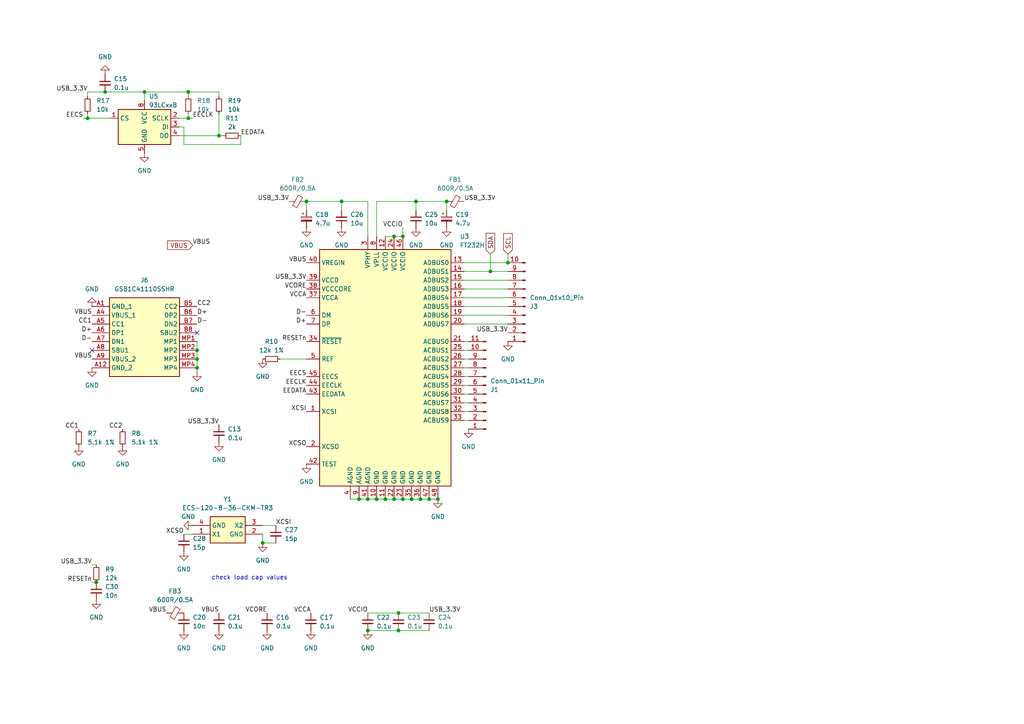
<source format=kicad_sch>
(kicad_sch (version 20231120) (generator "eeschema") (generator_version "8.0")
  (paper "A4")
  (lib_symbols
    (symbol "Connector:Conn_01x10_Pin" (pin_names (offset 1.016) hide)
      (property "Reference" "J" (at 0 12.7 0))
      (property "Value" "Conn_01x10_Pin" (at 0 -15.24 0))
      (symbol "Conn_01x10_Pin_1_1"
        (polyline (pts (xy 1.27 -12.7) (xy 0.8636 -12.7)) (stroke (width 0.1524)))
        (polyline (pts (xy 1.27 -10.16) (xy 0.8636 -10.16)) (stroke (width 0.1524)))
        (polyline (pts (xy 1.27 -7.62) (xy 0.8636 -7.62)) (stroke (width 0.1524)))
        (polyline (pts (xy 1.27 -5.08) (xy 0.8636 -5.08)) (stroke (width 0.1524)))
        (polyline (pts (xy 1.27 -2.54) (xy 0.8636 -2.54)) (stroke (width 0.1524)))
        (polyline (pts (xy 1.27 0) (xy 0.8636 0)) (stroke (width 0.1524)))
        (polyline (pts (xy 1.27 2.54) (xy 0.8636 2.54)) (stroke (width 0.1524)))
        (polyline (pts (xy 1.27 5.08) (xy 0.8636 5.08)) (stroke (width 0.1524)))
        (polyline (pts (xy 1.27 7.62) (xy 0.8636 7.62)) (stroke (width 0.1524)))
        (polyline (pts (xy 1.27 10.16) (xy 0.8636 10.16)) (stroke (width 0.1524)))
        (rectangle (start 0.8636 -12.573) (end 0 -12.827) (stroke (width 0.1524)) (fill (type outline)))
        (rectangle (start 0.8636 -10.033) (end 0 -10.287) (stroke (width 0.1524)) (fill (type outline)))
        (rectangle (start 0.8636 -7.493) (end 0 -7.747) (stroke (width 0.1524)) (fill (type outline)))
        (rectangle (start 0.8636 -4.953) (end 0 -5.207) (stroke (width 0.1524)) (fill (type outline)))
        (rectangle (start 0.8636 -2.413) (end 0 -2.667) (stroke (width 0.1524)) (fill (type outline)))
        (rectangle (start 0.8636 0.127) (end 0 -0.127) (stroke (width 0.1524)) (fill (type outline)))
        (rectangle (start 0.8636 2.667) (end 0 2.413) (stroke (width 0.1524)) (fill (type outline)))
        (rectangle (start 0.8636 5.207) (end 0 4.953) (stroke (width 0.1524)) (fill (type outline)))
        (rectangle (start 0.8636 7.747) (end 0 7.493) (stroke (width 0.1524)) (fill (type outline)))
        (rectangle (start 0.8636 10.287) (end 0 10.033) (stroke (width 0.1524)) (fill (type outline)))
        (pin passive line (at 5.08 10.16 180) (length 3.81) (name "Pin_1") (number "1"))
        (pin passive line (at 5.08 -12.7 180) (length 3.81) (name "Pin_10") (number "10"))
        (pin passive line (at 5.08 7.62 180) (length 3.81) (name "Pin_2") (number "2"))
        (pin passive line (at 5.08 5.08 180) (length 3.81) (name "Pin_3") (number "3"))
        (pin passive line (at 5.08 2.54 180) (length 3.81) (name "Pin_4") (number "4"))
        (pin passive line (at 5.08 0 180) (length 3.81) (name "Pin_5") (number "5"))
        (pin passive line (at 5.08 -2.54 180) (length 3.81) (name "Pin_6") (number "6"))
        (pin passive line (at 5.08 -5.08 180) (length 3.81) (name "Pin_7") (number "7"))
        (pin passive line (at 5.08 -7.62 180) (length 3.81) (name "Pin_8") (number "8"))
        (pin passive line (at 5.08 -10.16 180) (length 3.81) (name "Pin_9") (number "9"))
      )
    )
    (symbol "Connector:Conn_01x11_Pin" (pin_names (offset 1.016) hide)
      (property "Reference" "J" (at 0 15.24 0))
      (property "Value" "Conn_01x11_Pin" (at 0 -15.24 0))
      (symbol "Conn_01x11_Pin_1_1"
        (polyline (pts (xy 1.27 -12.7) (xy 0.8636 -12.7)) (stroke (width 0.1524)))
        (polyline (pts (xy 1.27 -10.16) (xy 0.8636 -10.16)) (stroke (width 0.1524)))
        (polyline (pts (xy 1.27 -7.62) (xy 0.8636 -7.62)) (stroke (width 0.1524)))
        (polyline (pts (xy 1.27 -5.08) (xy 0.8636 -5.08)) (stroke (width 0.1524)))
        (polyline (pts (xy 1.27 -2.54) (xy 0.8636 -2.54)) (stroke (width 0.1524)))
        (polyline (pts (xy 1.27 0) (xy 0.8636 0)) (stroke (width 0.1524)))
        (polyline (pts (xy 1.27 2.54) (xy 0.8636 2.54)) (stroke (width 0.1524)))
        (polyline (pts (xy 1.27 5.08) (xy 0.8636 5.08)) (stroke (width 0.1524)))
        (polyline (pts (xy 1.27 7.62) (xy 0.8636 7.62)) (stroke (width 0.1524)))
        (polyline (pts (xy 1.27 10.16) (xy 0.8636 10.16)) (stroke (width 0.1524)))
        (polyline (pts (xy 1.27 12.7) (xy 0.8636 12.7)) (stroke (width 0.1524)))
        (rectangle (start 0.8636 -12.573) (end 0 -12.827) (stroke (width 0.1524)) (fill (type outline)))
        (rectangle (start 0.8636 -10.033) (end 0 -10.287) (stroke (width 0.1524)) (fill (type outline)))
        (rectangle (start 0.8636 -7.493) (end 0 -7.747) (stroke (width 0.1524)) (fill (type outline)))
        (rectangle (start 0.8636 -4.953) (end 0 -5.207) (stroke (width 0.1524)) (fill (type outline)))
        (rectangle (start 0.8636 -2.413) (end 0 -2.667) (stroke (width 0.1524)) (fill (type outline)))
        (rectangle (start 0.8636 0.127) (end 0 -0.127) (stroke (width 0.1524)) (fill (type outline)))
        (rectangle (start 0.8636 2.667) (end 0 2.413) (stroke (width 0.1524)) (fill (type outline)))
        (rectangle (start 0.8636 5.207) (end 0 4.953) (stroke (width 0.1524)) (fill (type outline)))
        (rectangle (start 0.8636 7.747) (end 0 7.493) (stroke (width 0.1524)) (fill (type outline)))
        (rectangle (start 0.8636 10.287) (end 0 10.033) (stroke (width 0.1524)) (fill (type outline)))
        (rectangle (start 0.8636 12.827) (end 0 12.573) (stroke (width 0.1524)) (fill (type outline)))
        (pin passive line (at 5.08 12.7 180) (length 3.81) (name "Pin_1") (number "1"))
        (pin passive line (at 5.08 -10.16 180) (length 3.81) (name "Pin_10") (number "10"))
        (pin passive line (at 5.08 -12.7 180) (length 3.81) (name "Pin_11") (number "11"))
        (pin passive line (at 5.08 10.16 180) (length 3.81) (name "Pin_2") (number "2"))
        (pin passive line (at 5.08 7.62 180) (length 3.81) (name "Pin_3") (number "3"))
        (pin passive line (at 5.08 5.08 180) (length 3.81) (name "Pin_4") (number "4"))
        (pin passive line (at 5.08 2.54 180) (length 3.81) (name "Pin_5") (number "5"))
        (pin passive line (at 5.08 0 180) (length 3.81) (name "Pin_6") (number "6"))
        (pin passive line (at 5.08 -2.54 180) (length 3.81) (name "Pin_7") (number "7"))
        (pin passive line (at 5.08 -5.08 180) (length 3.81) (name "Pin_8") (number "8"))
        (pin passive line (at 5.08 -7.62 180) (length 3.81) (name "Pin_9") (number "9"))
      )
    )
    (symbol "Device:C_Polarized_Small" (pin_numbers hide) (pin_names (offset 0.254) hide)
      (property "Reference" "C" (at 0.254 1.778 0))
      (property "Value" "C_Polarized_Small" (at 0.254 -2.032 0))
      (symbol "C_Polarized_Small_0_1"
        (rectangle (start -1.524 -0.3048) (end 1.524 -0.6858) (fill (type outline)))
        (rectangle (start -1.524 0.6858) (end 1.524 0.3048))
        (polyline (pts (xy -1.27 1.524) (xy -0.762 1.524)))
        (polyline (pts (xy -1.016 1.27) (xy -1.016 1.778)))
      )
      (symbol "C_Polarized_Small_1_1"
        (pin passive line (at 0 2.54 270) (length 1.8542) (name "~") (number "1"))
        (pin passive line (at 0 -2.54 90) (length 1.8542) (name "~") (number "2"))
      )
    )
    (symbol "Device:C_Small" (pin_numbers hide) (pin_names (offset 0.254) hide)
      (property "Reference" "C" (at 0.254 1.778 0))
      (property "Value" "C_Small" (at 0.254 -2.032 0))
      (symbol "C_Small_0_1"
        (polyline (pts (xy -1.524 -0.508) (xy 1.524 -0.508)) (stroke (width 0.3302)))
        (polyline (pts (xy -1.524 0.508) (xy 1.524 0.508)) (stroke (width 0.3048)))
      )
      (symbol "C_Small_1_1"
        (pin passive line (at 0 2.54 270) (length 2.032) (name "~") (number "1"))
        (pin passive line (at 0 -2.54 90) (length 2.032) (name "~") (number "2"))
      )
    )
    (symbol "Device:FerriteBead_Small" (pin_numbers hide) (pin_names (offset 0))
      (property "Reference" "FB" (at 1.905 1.27 0))
      (property "Value" "FerriteBead_Small" (at 1.905 -1.27 0))
      (symbol "FerriteBead_Small_0_1"
        (polyline (pts (xy 0 -1.27) (xy 0 -0.7874)))
        (polyline (pts (xy 0 0.889) (xy 0 1.2954)))
        (polyline (pts (xy -1.8288 0.2794) (xy -1.1176 1.4986) (xy 1.8288 -0.2032) (xy 1.1176 -1.4224) (xy -1.8288 0.2794)))
      )
      (symbol "FerriteBead_Small_1_1"
        (pin passive line (at 0 2.54 270) (length 1.27) (name "~") (number "1"))
        (pin passive line (at 0 -2.54 90) (length 1.27) (name "~") (number "2"))
      )
    )
    (symbol "Device:R_Small" (pin_numbers hide) (pin_names (offset 0.254) hide)
      (property "Reference" "R" (at 0.762 0.508 0))
      (property "Value" "R_Small" (at 0.762 -1.016 0))
      (symbol "R_Small_0_1"
        (rectangle (start -0.762 1.778) (end 0.762 -1.778) (stroke (width 0.2032)))
      )
      (symbol "R_Small_1_1"
        (pin passive line (at 0 2.54 270) (length 0.762) (name "~") (number "1"))
        (pin passive line (at 0 -2.54 90) (length 0.762) (name "~") (number "2"))
      )
    )
    (symbol "Interface_USB:FT232H"
      (property "Reference" "U" (at -19.05 35.56 0))
      (property "Value" "FT232H" (at 12.7 35.56 0))
      (symbol "FT232H_0_1"
        (rectangle (start -19.05 34.29) (end 19.05 -34.29) (stroke (width 0.254)) (fill (type background)))
      )
      (symbol "FT232H_1_1"
        (pin input line (at -22.86 -12.7 0) (length 3.81) (name "XCSI") (number "1"))
        (pin power_in line (at -2.54 -38.1 90) (length 3.81) (name "GND") (number "10"))
        (pin power_in line (at 0 -38.1 90) (length 3.81) (name "GND") (number "11"))
        (pin power_in line (at 0 38.1 270) (length 3.81) (name "VCCIO") (number "12"))
        (pin bidirectional line (at 22.86 30.48 180) (length 3.81) (name "ADBUS0") (number "13"))
        (pin bidirectional line (at 22.86 27.94 180) (length 3.81) (name "ADBUS1") (number "14"))
        (pin bidirectional line (at 22.86 25.4 180) (length 3.81) (name "ADBUS2") (number "15"))
        (pin bidirectional line (at 22.86 22.86 180) (length 3.81) (name "ADBUS3") (number "16"))
        (pin bidirectional line (at 22.86 20.32 180) (length 3.81) (name "ADBUS4") (number "17"))
        (pin bidirectional line (at 22.86 17.78 180) (length 3.81) (name "ADBUS5") (number "18"))
        (pin bidirectional line (at 22.86 15.24 180) (length 3.81) (name "ADBUS6") (number "19"))
        (pin output line (at -22.86 -22.86 0) (length 3.81) (name "XCSO") (number "2"))
        (pin bidirectional line (at 22.86 12.7 180) (length 3.81) (name "ADBUS7") (number "20"))
        (pin bidirectional line (at 22.86 7.62 180) (length 3.81) (name "ACBUS0") (number "21"))
        (pin power_in line (at 2.54 -38.1 90) (length 3.81) (name "GND") (number "22"))
        (pin power_in line (at 5.08 -38.1 90) (length 3.81) (name "GND") (number "23"))
        (pin power_in line (at 2.54 38.1 270) (length 3.81) (name "VCCIO") (number "24"))
        (pin bidirectional line (at 22.86 5.08 180) (length 3.81) (name "ACBUS1") (number "25"))
        (pin bidirectional line (at 22.86 2.54 180) (length 3.81) (name "ACBUS2") (number "26"))
        (pin bidirectional line (at 22.86 0 180) (length 3.81) (name "ACBUS3") (number "27"))
        (pin bidirectional line (at 22.86 -2.54 180) (length 3.81) (name "ACBUS4") (number "28"))
        (pin bidirectional line (at 22.86 -5.08 180) (length 3.81) (name "ACBUS5") (number "29"))
        (pin power_in line (at -5.08 38.1 270) (length 3.81) (name "VPHY") (number "3"))
        (pin bidirectional line (at 22.86 -7.62 180) (length 3.81) (name "ACBUS6") (number "30"))
        (pin bidirectional line (at 22.86 -10.16 180) (length 3.81) (name "ACBUS7") (number "31"))
        (pin bidirectional line (at 22.86 -12.7 180) (length 3.81) (name "ACBUS8") (number "32"))
        (pin bidirectional line (at 22.86 -15.24 180) (length 3.81) (name "ACBUS9") (number "33"))
        (pin input line (at -22.86 7.62 0) (length 3.81) (name "~{RESET}") (number "34"))
        (pin power_in line (at 7.62 -38.1 90) (length 3.81) (name "GND") (number "35"))
        (pin power_in line (at 10.16 -38.1 90) (length 3.81) (name "GND") (number "36"))
        (pin power_out line (at -22.86 20.32 0) (length 3.81) (name "VCCA") (number "37"))
        (pin power_out line (at -22.86 22.86 0) (length 3.81) (name "VCCCORE") (number "38"))
        (pin power_in line (at -22.86 25.4 0) (length 3.81) (name "VCCD") (number "39"))
        (pin power_in line (at -10.16 -38.1 90) (length 3.81) (name "AGND") (number "4"))
        (pin power_in line (at -22.86 30.48 0) (length 3.81) (name "VREGIN") (number "40"))
        (pin power_in line (at -5.08 -38.1 90) (length 3.81) (name "AGND") (number "41"))
        (pin input line (at -22.86 -27.94 0) (length 3.81) (name "TEST") (number "42"))
        (pin bidirectional line (at -22.86 -7.62 0) (length 3.81) (name "EEDATA") (number "43"))
        (pin input line (at -22.86 -5.08 0) (length 3.81) (name "EECLK") (number "44"))
        (pin input line (at -22.86 -2.54 0) (length 3.81) (name "EECS") (number "45"))
        (pin power_in line (at 5.08 38.1 270) (length 3.81) (name "VCCIO") (number "46"))
        (pin power_in line (at 12.7 -38.1 90) (length 3.81) (name "GND") (number "47"))
        (pin power_in line (at 15.24 -38.1 90) (length 3.81) (name "GND") (number "48"))
        (pin input line (at -22.86 2.54 0) (length 3.81) (name "REF") (number "5"))
        (pin bidirectional line (at -22.86 15.24 0) (length 3.81) (name "DM") (number "6"))
        (pin bidirectional line (at -22.86 12.7 0) (length 3.81) (name "DP") (number "7"))
        (pin power_in line (at -2.54 38.1 270) (length 3.81) (name "VPLL") (number "8"))
        (pin power_in line (at -7.62 -38.1 90) (length 3.81) (name "AGND") (number "9"))
      )
    )
    (symbol "Memory_EEPROM:93LCxxB"
      (property "Reference" "U" (at -7.62 6.35 0))
      (property "Value" "93LCxxB" (at 2.54 -6.35 0))
      (symbol "93LCxxB_1_1"
        (rectangle (start -7.62 5.08) (end 7.62 -5.08) (stroke (width 0.254)) (fill (type background)))
        (pin input line (at -10.16 2.54 0) (length 2.54) (name "CS") (number "1"))
        (pin input line (at 10.16 2.54 180) (length 2.54) (name "SCLK") (number "2"))
        (pin input line (at 10.16 0 180) (length 2.54) (name "DI") (number "3"))
        (pin tri_state line (at 10.16 -2.54 180) (length 2.54) (name "DO") (number "4"))
        (pin power_in line (at 0 -7.62 90) (length 2.54) (name "GND") (number "5"))
        (pin no_connect line (at -7.62 0 0) (length 2.54) hide (name "NC") (number "6"))
        (pin no_connect line (at -7.62 -2.54 0) (length 2.54) hide (name "NC") (number "7"))
        (pin power_in line (at 0 7.62 270) (length 2.54) (name "VCC") (number "8"))
      )
    )
    (symbol "power:GND" (power) (pin_numbers hide) (pin_names (offset 0) hide)
      (property "Value" "GND" (at 0 -3.81 0))
      (symbol "GND_0_1"
        (polyline (pts (xy 0 0) (xy 0 -1.27) (xy 1.27 -1.27) (xy 0 -2.54) (xy -1.27 -1.27) (xy 0 -1.27)))
      )
      (symbol "GND_1_1"
        (pin power_in line (at 0 0 270) (length 0) (name "~") (number "1"))
      )
    )
    (symbol "tayloe:ECS-120-8-36-CKM-TR3"
      (property "Reference" "Y" (at 16.002 7.62 0))
      (property "Value" "ECS-120-8-36-CKM-TR3" (at 16.002 5.08 0))
      (symbol "ECS-120-8-36-CKM-TR3_1_1"
        (rectangle (start 5.08 2.54) (end 15.24 -5.08) (stroke (width 0.254)) (fill (type background)))
        (pin passive line (at 0 -2.54 0) (length 5.08) (name "X1") (number "1"))
        (pin passive line (at 20.32 -2.54 180) (length 5.08) (name "GND") (number "2"))
        (pin passive line (at 20.32 0 180) (length 5.08) (name "X2") (number "3"))
        (pin passive line (at 0 0 0) (length 5.08) (name "GND") (number "4"))
      )
    )
    (symbol "tayloe:GSB1C41110SSHR"
      (property "Reference" "J" (at 26.67 7.62 0))
      (property "Value" "GSB1C41110SSHR" (at 26.67 5.08 0))
      (symbol "GSB1C41110SSHR_1_1"
        (rectangle (start 5.08 2.54) (end 25.4 -20.32) (stroke (width 0.254)) (fill (type background)))
        (pin passive line (at 0 0 0) (length 5.08) (name "GND_1") (number "A1"))
        (pin passive line (at 0 -17.78 0) (length 5.08) (name "GND_2") (number "A12"))
        (pin passive line (at 0 -2.54 0) (length 5.08) (name "VBUS_1") (number "A4"))
        (pin passive line (at 0 -5.08 0) (length 5.08) (name "CC1") (number "A5"))
        (pin passive line (at 0 -7.62 0) (length 5.08) (name "DP1") (number "A6"))
        (pin passive line (at 0 -10.16 0) (length 5.08) (name "DN1") (number "A7"))
        (pin passive line (at 0 -12.7 0) (length 5.08) (name "SBU1") (number "A8"))
        (pin passive line (at 0 -15.24 0) (length 5.08) (name "VBUS_2") (number "A9"))
        (pin passive line (at 30.48 0 180) (length 5.08) (name "CC2") (number "B5"))
        (pin passive line (at 30.48 -2.54 180) (length 5.08) (name "DP2") (number "B6"))
        (pin passive line (at 30.48 -5.08 180) (length 5.08) (name "DN2") (number "B7"))
        (pin passive line (at 30.48 -7.62 180) (length 5.08) (name "SBU2") (number "B8"))
        (pin passive line (at 30.48 -10.16 180) (length 5.08) (name "MP1") (number "MP1"))
        (pin passive line (at 30.48 -12.7 180) (length 5.08) (name "MP2") (number "MP2"))
        (pin passive line (at 30.48 -15.24 180) (length 5.08) (name "MP3") (number "MP3"))
        (pin passive line (at 30.48 -17.78 180) (length 5.08) (name "MP4") (number "MP4"))
      )
    )
  )
  (junction (at 142.24 78.74))
  (junction (at 104.14 144.78))
  (junction (at 30.48 26.67))
  (junction (at 63.5 39.37))
  (junction (at 111.76 144.78))
  (junction (at 57.15 106.68))
  (junction (at 115.57 177.8))
  (junction (at 124.46 144.78))
  (junction (at 106.68 182.88))
  (junction (at 116.84 68.58))
  (junction (at 76.2 157.48))
  (junction (at 88.9 58.42))
  (junction (at 115.57 182.88))
  (junction (at 120.65 58.42))
  (junction (at 99.06 58.42))
  (junction (at 25.4 34.29))
  (junction (at 54.61 34.29))
  (junction (at 121.92 144.78))
  (junction (at 127 144.78))
  (junction (at 114.3 144.78))
  (junction (at 106.68 144.78))
  (junction (at 114.3 68.58))
  (junction (at 119.38 144.78))
  (junction (at 109.22 144.78))
  (junction (at 54.61 26.67))
  (junction (at 129.54 58.42))
  (junction (at 147.32 76.2))
  (junction (at 41.91 26.67))
  (junction (at 116.84 144.78))
  (junction (at 57.15 101.6))
  (junction (at 27.94 168.91))
  (junction (at 57.15 104.14))
  (no_connect (at 26.67 101.6))
  (no_connect (at 57.15 96.52))
  (wire (pts (xy 119.38 144.78) (xy 121.92 144.78)))
  (wire (pts (xy 147.32 81.28) (xy 134.62 81.28)))
  (wire (pts (xy 135.89 121.92) (xy 134.62 121.92)))
  (wire (pts (xy 147.32 91.44) (xy 134.62 91.44)))
  (wire (pts (xy 106.68 58.42) (xy 99.06 58.42)))
  (wire (pts (xy 135.89 119.38) (xy 134.62 119.38)))
  (wire (pts (xy 53.34 154.94) (xy 55.88 154.94)))
  (wire (pts (xy 63.5 33.02) (xy 63.5 39.37)))
  (wire (pts (xy 54.61 33.02) (xy 54.61 34.29)))
  (wire (pts (xy 81.28 104.14) (xy 88.9 104.14)))
  (wire (pts (xy 99.06 60.96) (xy 99.06 58.42)))
  (wire (pts (xy 129.54 60.96) (xy 129.54 58.42)))
  (wire (pts (xy 135.89 109.22) (xy 134.62 109.22)))
  (wire (pts (xy 111.76 144.78) (xy 114.3 144.78)))
  (wire (pts (xy 76.2 157.48) (xy 76.2 154.94)))
  (wire (pts (xy 41.91 26.67) (xy 41.91 29.21)))
  (wire (pts (xy 88.9 60.96) (xy 88.9 58.42)))
  (wire (pts (xy 25.4 26.67) (xy 25.4 27.94)))
  (wire (pts (xy 53.34 41.91) (xy 69.85 41.91)))
  (wire (pts (xy 54.61 26.67) (xy 41.91 26.67)))
  (wire (pts (xy 135.89 114.3) (xy 134.62 114.3)))
  (wire (pts (xy 109.22 144.78) (xy 111.76 144.78)))
  (wire (pts (xy 147.32 73.66) (xy 147.32 76.2)))
  (wire (pts (xy 135.89 104.14) (xy 134.62 104.14)))
  (wire (pts (xy 120.65 58.42) (xy 120.65 60.96)))
  (wire (pts (xy 135.89 99.06) (xy 134.62 99.06)))
  (wire (pts (xy 111.76 68.58) (xy 114.3 68.58)))
  (wire (pts (xy 135.89 101.6) (xy 134.62 101.6)))
  (wire (pts (xy 135.89 106.68) (xy 134.62 106.68)))
  (wire (pts (xy 142.24 73.66) (xy 142.24 78.74)))
  (wire (pts (xy 109.22 58.42) (xy 109.22 68.58)))
  (wire (pts (xy 88.9 58.42) (xy 99.06 58.42)))
  (wire (pts (xy 106.68 144.78) (xy 109.22 144.78)))
  (wire (pts (xy 121.92 144.78) (xy 124.46 144.78)))
  (wire (pts (xy 25.4 33.02) (xy 25.4 34.29)))
  (wire (pts (xy 114.3 144.78) (xy 116.84 144.78)))
  (wire (pts (xy 134.62 76.2) (xy 147.32 76.2)))
  (wire (pts (xy 57.15 101.6) (xy 57.15 104.14)))
  (wire (pts (xy 25.4 34.29) (xy 31.75 34.29)))
  (wire (pts (xy 76.2 157.48) (xy 80.01 157.48)))
  (wire (pts (xy 26.67 163.83) (xy 27.94 163.83)))
  (wire (pts (xy 135.89 111.76) (xy 134.62 111.76)))
  (wire (pts (xy 57.15 104.14) (xy 57.15 106.68)))
  (wire (pts (xy 57.15 106.68) (xy 57.15 107.95)))
  (wire (pts (xy 109.22 58.42) (xy 120.65 58.42)))
  (wire (pts (xy 147.32 83.82) (xy 134.62 83.82)))
  (wire (pts (xy 30.48 26.67) (xy 41.91 26.67)))
  (wire (pts (xy 54.61 27.94) (xy 54.61 26.67)))
  (wire (pts (xy 57.15 99.06) (xy 57.15 101.6)))
  (wire (pts (xy 53.34 36.83) (xy 53.34 41.91)))
  (wire (pts (xy 147.32 86.36) (xy 134.62 86.36)))
  (wire (pts (xy 147.32 93.98) (xy 134.62 93.98)))
  (wire (pts (xy 69.85 41.91) (xy 69.85 39.37)))
  (wire (pts (xy 52.07 36.83) (xy 53.34 36.83)))
  (wire (pts (xy 63.5 26.67) (xy 54.61 26.67)))
  (wire (pts (xy 124.46 144.78) (xy 127 144.78)))
  (wire (pts (xy 114.3 68.58) (xy 116.84 68.58)))
  (wire (pts (xy 101.6 144.78) (xy 104.14 144.78)))
  (wire (pts (xy 134.62 78.74) (xy 142.24 78.74)))
  (wire (pts (xy 63.5 39.37) (xy 64.77 39.37)))
  (wire (pts (xy 115.57 177.8) (xy 124.46 177.8)))
  (wire (pts (xy 52.07 34.29) (xy 54.61 34.29)))
  (wire (pts (xy 135.89 116.84) (xy 134.62 116.84)))
  (wire (pts (xy 106.68 182.88) (xy 115.57 182.88)))
  (wire (pts (xy 63.5 39.37) (xy 52.07 39.37)))
  (wire (pts (xy 26.67 168.91) (xy 27.94 168.91)))
  (wire (pts (xy 106.68 68.58) (xy 106.68 58.42)))
  (wire (pts (xy 24.13 34.29) (xy 25.4 34.29)))
  (wire (pts (xy 104.14 144.78) (xy 106.68 144.78)))
  (wire (pts (xy 63.5 27.94) (xy 63.5 26.67)))
  (wire (pts (xy 54.61 34.29) (xy 55.88 34.29)))
  (wire (pts (xy 120.65 58.42) (xy 129.54 58.42)))
  (wire (pts (xy 147.32 88.9) (xy 134.62 88.9)))
  (wire (pts (xy 115.57 182.88) (xy 124.46 182.88)))
  (wire (pts (xy 80.01 152.4) (xy 76.2 152.4)))
  (wire (pts (xy 116.84 66.04) (xy 116.84 68.58)))
  (wire (pts (xy 25.4 26.67) (xy 30.48 26.67)))
  (wire (pts (xy 106.68 177.8) (xy 115.57 177.8)))
  (wire (pts (xy 142.24 78.74) (xy 147.32 78.74)))
  (wire (pts (xy 116.84 144.78) (xy 119.38 144.78)))
  (text "check load cap values" (at 72.39 167.64 0) (effects (font (size 1.27 1.27))))
  (label "USB_3.3V" (at 26.67 163.83 180))
  (label "RESETn" (at 88.9 99.06 180))
  (label "USB_3.3V" (at 147.32 96.52 180))
  (label "VCCIO" (at 116.84 66.04 180))
  (label "EECLK" (at 88.9 111.76 180))
  (label "D-" (at 26.67 99.06 180))
  (label "EECS" (at 24.13 34.29 180))
  (label "USB_3.3V" (at 88.9 81.28 180))
  (label "VBUS" (at 26.67 91.44 180))
  (label "RESETn" (at 26.67 168.91 180))
  (label "VCORE" (at 77.47 177.8 180))
  (label "VCCA" (at 88.9 86.36 180))
  (label "D+" (at 26.67 96.52 180))
  (label "EEDATA" (at 88.9 114.3 180))
  (label "USB_3.3V" (at 124.46 177.8 0))
  (label "VBUS" (at 26.67 104.14 180))
  (label "D-" (at 88.9 91.44 180))
  (label "VCCA" (at 90.17 177.8 180))
  (label "USB_3.3V" (at 25.4 26.67 180))
  (label "EEDATA" (at 69.85 39.37 0))
  (label "CC1" (at 22.86 124.46 180))
  (label "XCSO" (at 53.34 154.94 180))
  (label "VCORE" (at 88.9 83.82 180))
  (label "VBUS" (at 48.26 177.8 180))
  (label "D+" (at 57.15 91.44 0))
  (label "XCSI" (at 80.01 152.4 0))
  (label "XCSO" (at 88.9 129.54 180))
  (label "USB_3.3V" (at 134.62 58.42 0))
  (label "CC1" (at 26.67 93.98 180))
  (label "EECS" (at 88.9 109.22 180))
  (label "D-" (at 57.15 93.98 0))
  (label "EECLK" (at 55.88 34.29 0))
  (label "CC2" (at 57.15 88.9 0))
  (label "VBUS" (at 88.9 76.2 180))
  (label "VBUS" (at 55.88 71.12 0))
  (label "CC2" (at 35.56 124.46 180))
  (label "D+" (at 88.9 93.98 180))
  (label "VCCIO" (at 106.68 177.8 180))
  (label "XCSI" (at 88.9 119.38 180))
  (label "USB_3.3V" (at 83.82 58.42 180))
  (label "VBUS" (at 63.5 177.8 180))
  (label "USB_3.3V" (at 63.5 123.19 180))
  (global_label "SDA" (shape input) (at 142.24 73.66 90) (property "Intersheetrefs" "${INTERSHEET_REFS}" (effects (hide yes))))
  (global_label "VBUS" (shape input) (at 55.88 71.12 180) (property "Intersheetrefs" "${INTERSHEET_REFS}" (effects (hide yes))))
  (global_label "SCL" (shape input) (at 147.32 73.66 90) (property "Intersheetrefs" "${INTERSHEET_REFS}" (effects (hide yes))))
  (symbol (lib_id "Device:C_Small") (at 63.5 180.34 0) (unit 1)
    (property "Reference" "C21" (at 66.04 179.0762 0) (effects (justify left)))
    (property "Value" "0.1u" (at 66.04 181.6162 0) (effects (justify left)))
    (property "Footprint" "Capacitor_SMD:C_0603_1608Metric" (effects (hide yes)))
    (property "Description" "Unpolarized capacitor, small symbol" (effects (hide yes)))
  )
  (symbol (lib_id "Device:R_Small") (at 67.31 39.37 270) (unit 1)
    (property "Reference" "R11" (at 67.31 34.29 90))
    (property "Value" "2k" (at 67.31 36.83 90))
    (property "Footprint" "Resistor_SMD:R_0603_1608Metric" (effects (hide yes)))
    (property "Description" "Resistor, small symbol" (effects (hide yes)))
  )
  (symbol (lib_id "Device:C_Polarized_Small") (at 88.9 63.5 0) (unit 1)
    (property "Reference" "C18" (at 91.44 62.23 0) (effects (justify left)))
    (property "Value" "4.7u" (at 91.44 64.77 0) (effects (justify left)))
    (property "Footprint" "Capacitor_SMD:CP_Elec_5x5.3" (effects (hide yes)))
    (property "Description" "Polarized capacitor, small symbol" (effects (hide yes)))
  )
  (symbol (lib_id "power:GND") (at 120.65 66.04 0) (unit 1)
    (property "Reference" "#PWR029" (effects (hide yes)))
    (property "Value" "GND" (at 120.65 71.12 0))
    (property "Description" "Power symbol creates a global label with name \"GND\" , ground" (effects (hide yes)))
  )
  (symbol (lib_id "power:GND") (at 26.67 106.68 0) (unit 1)
    (property "Reference" "#PWR015" (effects (hide yes)))
    (property "Value" "GND" (at 26.67 111.76 0))
    (property "Description" "Power symbol creates a global label with name \"GND\" , ground" (effects (hide yes)))
  )
  (symbol (lib_id "Device:C_Small") (at 77.47 180.34 0) (unit 1)
    (property "Reference" "C16" (at 80.01 179.0762 0) (effects (justify left)))
    (property "Value" "0.1u" (at 80.01 181.6162 0) (effects (justify left)))
    (property "Footprint" "Capacitor_SMD:C_0603_1608Metric" (effects (hide yes)))
    (property "Description" "Unpolarized capacitor, small symbol" (effects (hide yes)))
  )
  (symbol (lib_id "power:GND") (at 53.34 182.88 0) (unit 1)
    (property "Reference" "#PWR024" (effects (hide yes)))
    (property "Value" "GND" (at 53.34 187.96 0))
    (property "Description" "Power symbol creates a global label with name \"GND\" , ground" (effects (hide yes)))
  )
  (symbol (lib_id "Device:R_Small") (at 63.5 30.48 0) (unit 1)
    (property "Reference" "R19" (at 66.04 29.2099 0) (effects (justify left)))
    (property "Value" "10k" (at 66.04 31.7499 0) (effects (justify left)))
    (property "Footprint" "Resistor_SMD:R_0603_1608Metric" (effects (hide yes)))
    (property "Description" "Resistor, small symbol" (effects (hide yes)))
  )
  (symbol (lib_id "Connector:Conn_01x10_Pin") (at 152.4 88.9 180) (unit 1)
    (property "Reference" "J3" (at 153.67 88.9001 0) (effects (justify right)))
    (property "Value" "Conn_01x10_Pin" (at 153.67 86.3601 0) (effects (justify right)))
    (property "Footprint" "Connector_PinHeader_2.54mm:PinHeader_1x10_P2.54mm_Vertical" (effects (hide yes)))
    (property "Description" "Generic connector, single row, 01x10, script generated" (effects (hide yes)))
  )
  (symbol (lib_id "Device:FerriteBead_Small") (at 86.36 58.42 90) (unit 1)
    (property "Reference" "FB2" (at 86.3219 52.07 90))
    (property "Value" "600R/0.5A" (at 86.3219 54.61 90))
    (property "Footprint" "Inductor_SMD:L_0603_1608Metric" (effects (hide yes)))
    (property "Description" "Ferrite bead, small symbol" (effects (hide yes)))
    (property "Mouser Part" "81-BLM18HK601SN1D" (effects (hide yes)))
  )
  (symbol (lib_id "power:GND") (at 22.86 129.54 0) (unit 1)
    (property "Reference" "#PWR016" (effects (hide yes)))
    (property "Value" "GND" (at 22.86 134.62 0))
    (property "Description" "Power symbol creates a global label with name \"GND\" , ground" (effects (hide yes)))
  )
  (symbol (lib_id "power:GND") (at 41.91 44.45 0) (unit 1)
    (property "Reference" "#PWR030" (effects (hide yes)))
    (property "Value" "GND" (at 41.91 49.53 0))
    (property "Description" "Power symbol creates a global label with name \"GND\" , ground" (effects (hide yes)))
  )
  (symbol (lib_id "Device:R_Small") (at 54.61 30.48 0) (unit 1)
    (property "Reference" "R18" (at 57.15 29.2099 0) (effects (justify left)))
    (property "Value" "10k" (at 57.15 31.7499 0) (effects (justify left)))
    (property "Footprint" "Resistor_SMD:R_0603_1608Metric" (effects (hide yes)))
    (property "Description" "Resistor, small symbol" (effects (hide yes)))
  )
  (symbol (lib_id "Device:R_Small") (at 78.74 104.14 270) (unit 1)
    (property "Reference" "R10" (at 78.74 99.06 90))
    (property "Value" "12k 1%" (at 78.74 101.6 90))
    (property "Footprint" "Resistor_SMD:R_0603_1608Metric" (effects (hide yes)))
    (property "Description" "Resistor, small symbol" (effects (hide yes)))
  )
  (symbol (lib_id "Device:R_Small") (at 22.86 127 180) (unit 1)
    (property "Reference" "R7" (at 25.4 125.7299 0) (effects (justify right)))
    (property "Value" "5.1k 1%" (at 25.4 128.2699 0) (effects (justify right)))
    (property "Footprint" "Resistor_SMD:R_0603_1608Metric" (effects (hide yes)))
    (property "Description" "Resistor, small symbol" (effects (hide yes)))
  )
  (symbol (lib_id "Device:FerriteBead_Small") (at 50.8 177.8 90) (unit 1)
    (property "Reference" "FB3" (at 50.7619 171.45 90))
    (property "Value" "600R/0.5A" (at 50.7619 173.99 90))
    (property "Footprint" "Inductor_SMD:L_0603_1608Metric" (effects (hide yes)))
    (property "Description" "Ferrite bead, small symbol" (effects (hide yes)))
    (property "Mouser Part" "81-BLM18HK601SN1D" (effects (hide yes)))
  )
  (symbol (lib_id "Device:C_Small") (at 53.34 180.34 0) (unit 1)
    (property "Reference" "C20" (at 55.88 179.0762 0) (effects (justify left)))
    (property "Value" "10n" (at 55.88 181.6162 0) (effects (justify left)))
    (property "Footprint" "Capacitor_SMD:C_0603_1608Metric" (effects (hide yes)))
    (property "Description" "Unpolarized capacitor, small symbol" (effects (hide yes)))
  )
  (symbol (lib_id "power:GND") (at 129.54 66.04 0) (unit 1)
    (property "Reference" "#PWR023" (effects (hide yes)))
    (property "Value" "GND" (at 129.54 71.12 0))
    (property "Description" "Power symbol creates a global label with name \"GND\" , ground" (effects (hide yes)))
  )
  (symbol (lib_id "power:GND") (at 76.2 104.14 0) (unit 1)
    (property "Reference" "#PWR019" (effects (hide yes)))
    (property "Value" "GND" (at 76.2 109.22 0))
    (property "Description" "Power symbol creates a global label with name \"GND\" , ground" (effects (hide yes)))
  )
  (symbol (lib_id "power:GND") (at 106.68 182.88 0) (unit 1)
    (property "Reference" "#PWR027" (effects (hide yes)))
    (property "Value" "GND" (at 106.68 187.96 0))
    (property "Description" "Power symbol creates a global label with name \"GND\" , ground" (effects (hide yes)))
  )
  (symbol (lib_id "Device:C_Small") (at 99.06 63.5 180) (unit 1)
    (property "Reference" "C26" (at 101.6 62.2235 0) (effects (justify right)))
    (property "Value" "10u" (at 101.6 64.7635 0) (effects (justify right)))
    (property "Footprint" "Capacitor_SMD:C_0603_1608Metric" (effects (hide yes)))
    (property "Description" "Unpolarized capacitor, small symbol" (effects (hide yes)))
  )
  (symbol (lib_id "power:GND") (at 76.2 157.48 0) (unit 1)
    (property "Reference" "#PWR031" (effects (hide yes)))
    (property "Value" "GND" (at 76.2 162.56 0))
    (property "Description" "Power symbol creates a global label with name \"GND\" , ground" (effects (hide yes)))
  )
  (symbol (lib_id "Memory_EEPROM:93LCxxB") (at 41.91 36.83 0) (unit 1)
    (property "Reference" "U5" (at 43.18 27.94 0) (effects (justify left)))
    (property "Value" "93LCxxB" (at 43.18 30.48 0) (effects (justify left)))
    (property "Footprint" "Package_SO:SOIC-8_3.9x4.9mm_P1.27mm" (effects (hide yes)))
    (property "Datasheet" "http://ww1.microchip.com/downloads/en/DeviceDoc/20001749K.pdf" (effects (hide yes)))
    (property "Description" "Serial EEPROM, 93 Series, 2.5V, DIP-8/SOIC-8" (effects (hide yes)))
  )
  (symbol (lib_id "power:GND") (at 77.47 182.88 0) (unit 1)
    (property "Reference" "#PWR020" (effects (hide yes)))
    (property "Value" "GND" (at 77.47 187.96 0))
    (property "Description" "Power symbol creates a global label with name \"GND\" , ground" (effects (hide yes)))
  )
  (symbol (lib_id "Device:C_Small") (at 124.46 180.34 0) (unit 1)
    (property "Reference" "C24" (at 127 179.0762 0) (effects (justify left)))
    (property "Value" "0.1u" (at 127 181.6162 0) (effects (justify left)))
    (property "Footprint" "Capacitor_SMD:C_0603_1608Metric" (effects (hide yes)))
    (property "Description" "Unpolarized capacitor, small symbol" (effects (hide yes)))
  )
  (symbol (lib_id "power:GND") (at 55.88 152.4 270) (unit 1)
    (property "Reference" "#PWR032" (effects (hide yes)))
    (property "Value" "GND" (at 54.61 149.86 90))
    (property "Description" "Power symbol creates a global label with name \"GND\" , ground" (effects (hide yes)))
  )
  (symbol (lib_id "power:GND") (at 147.32 99.06 0) (unit 1)
    (property "Reference" "#PWR046" (effects (hide yes)))
    (property "Value" "GND" (at 147.32 104.14 0))
    (property "Description" "Power symbol creates a global label with name \"GND\" , ground" (effects (hide yes)))
  )
  (symbol (lib_id "Device:C_Small") (at 53.34 157.48 0) (unit 1)
    (property "Reference" "C28" (at 55.88 156.2162 0) (effects (justify left)))
    (property "Value" "15p" (at 55.88 158.7562 0) (effects (justify left)))
    (property "Footprint" "Capacitor_SMD:C_0603_1608Metric" (effects (hide yes)))
    (property "Description" "Unpolarized capacitor, small symbol" (effects (hide yes)))
  )
  (symbol (lib_id "Device:C_Small") (at 80.01 154.94 0) (unit 1)
    (property "Reference" "C27" (at 82.55 153.6762 0) (effects (justify left)))
    (property "Value" "15p" (at 82.55 156.2162 0) (effects (justify left)))
    (property "Footprint" "Capacitor_SMD:C_0603_1608Metric" (effects (hide yes)))
    (property "Description" "Unpolarized capacitor, small symbol" (effects (hide yes)))
  )
  (symbol (lib_id "power:GND") (at 27.94 173.99 0) (unit 1)
    (property "Reference" "#PWR036" (effects (hide yes)))
    (property "Value" "GND" (at 27.94 179.07 0))
    (property "Description" "Power symbol creates a global label with name \"GND\" , ground" (effects (hide yes)))
  )
  (symbol (lib_id "power:GND") (at 63.5 182.88 0) (unit 1)
    (property "Reference" "#PWR049" (effects (hide yes)))
    (property "Value" "GND" (at 63.5 187.96 0))
    (property "Description" "Power symbol creates a global label with name \"GND\" , ground" (effects (hide yes)))
  )
  (symbol (lib_id "power:GND") (at 88.9 66.04 0) (unit 1)
    (property "Reference" "#PWR022" (effects (hide yes)))
    (property "Value" "GND" (at 88.9 71.12 0))
    (property "Description" "Power symbol creates a global label with name \"GND\" , ground" (effects (hide yes)))
  )
  (symbol (lib_id "Connector:Conn_01x11_Pin") (at 140.97 111.76 180) (unit 1)
    (property "Reference" "J1" (at 142.24 113.0301 0) (effects (justify right)))
    (property "Value" "Conn_01x11_Pin" (at 142.24 110.4901 0) (effects (justify right)))
    (property "Footprint" "Connector_PinHeader_2.54mm:PinHeader_1x11_P2.54mm_Vertical" (effects (hide yes)))
    (property "Description" "Generic connector, single row, 01x11, script generated" (effects (hide yes)))
  )
  (symbol (lib_id "power:GND") (at 88.9 134.62 0) (unit 1)
    (property "Reference" "#PWR025" (effects (hide yes)))
    (property "Value" "GND" (at 88.9 139.7 0))
    (property "Description" "Power symbol creates a global label with name \"GND\" , ground" (effects (hide yes)))
  )
  (symbol (lib_id "power:GND") (at 30.48 21.59 180) (unit 1)
    (property "Reference" "#PWR034" (effects (hide yes)))
    (property "Value" "GND" (at 30.48 16.51 0))
    (property "Description" "Power symbol creates a global label with name \"GND\" , ground" (effects (hide yes)))
  )
  (symbol (lib_id "Device:C_Small") (at 63.5 125.73 0) (unit 1)
    (property "Reference" "C13" (at 66.04 124.4662 0) (effects (justify left)))
    (property "Value" "0.1u" (at 66.04 127.0062 0) (effects (justify left)))
    (property "Footprint" "Capacitor_SMD:C_0603_1608Metric" (effects (hide yes)))
    (property "Description" "Unpolarized capacitor, small symbol" (effects (hide yes)))
  )
  (symbol (lib_id "power:GND") (at 63.5 128.27 0) (unit 1)
    (property "Reference" "#PWR018" (effects (hide yes)))
    (property "Value" "GND" (at 63.5 133.35 0))
    (property "Description" "Power symbol creates a global label with name \"GND\" , ground" (effects (hide yes)))
  )
  (symbol (lib_id "Device:FerriteBead_Small") (at 132.08 58.42 90) (unit 1)
    (property "Reference" "FB1" (at 132.0419 52.07 90))
    (property "Value" "600R/0.5A" (at 132.0419 54.61 90))
    (property "Footprint" "Inductor_SMD:L_0603_1608Metric" (effects (hide yes)))
    (property "Description" "Ferrite bead, small symbol" (effects (hide yes)))
    (property "Mouser Part" "81-BLM18HK601SN1D" (effects (hide yes)))
  )
  (symbol (lib_id "Interface_USB:FT232H") (at 111.76 106.68 0) (unit 1)
    (property "Reference" "U3" (at 133.35 68.58 0) (effects (justify left)))
    (property "Value" "FT232H" (at 133.35 71.12 0) (effects (justify left)))
    (property "Footprint" "Package_QFP:LQFP-48_7x7mm_P0.5mm" (effects (hide yes)))
    (property "Datasheet" "https://www.ftdichip.com/Support/Documents/DataSheets/ICs/DS_FT232H.pdf" (effects (hide yes)))
    (property "Description" "Hi Speed Single Channel USB UART/FIFO, LQFP/QFN-48" (effects (hide yes)))
  )
  (symbol (lib_id "tayloe:GSB1C41110SSHR") (at 26.67 88.9 0) (unit 1)
    (property "Reference" "J6" (at 41.91 81.28 0))
    (property "Value" "GSB1C41110SSHR" (at 41.91 83.82 0))
    (property "Footprint" "tayloe:GSB1C41110SSHR" (effects (hide yes)))
    (property "Datasheet" "https://cdn.amphenol-cs.com/media/wysiwyg/files/drawing/gsb1c41x10sshr-ax1.pdf" (effects (hide yes)))
    (property "Description" "USB2.0, Type C, Top mount, Center Height 1.63mm, Single Row Surface Mount" (effects (hide yes)))
    (property "Height" "3.41" (effects (hide yes)))
    (property "Manufacturer_Name" "Amphenol Communications Solutions" (effects (hide yes)))
    (property "Manufacturer_Part_Number" "GSB1C41110SSHR" (effects (hide yes)))
  )
  (symbol (lib_id "Device:C_Small") (at 106.68 180.34 0) (unit 1)
    (property "Reference" "C22" (at 109.22 179.0762 0) (effects (justify left)))
    (property "Value" "0.1u" (at 109.22 181.6162 0) (effects (justify left)))
    (property "Footprint" "Capacitor_SMD:C_0603_1608Metric" (effects (hide yes)))
    (property "Description" "Unpolarized capacitor, small symbol" (effects (hide yes)))
  )
  (symbol (lib_id "Device:R_Small") (at 27.94 166.37 180) (unit 1)
    (property "Reference" "R9" (at 30.48 165.0999 0) (effects (justify right)))
    (property "Value" "12k" (at 30.48 167.6399 0) (effects (justify right)))
    (property "Footprint" "Resistor_SMD:R_0603_1608Metric" (effects (hide yes)))
    (property "Description" "Resistor, small symbol" (effects (hide yes)))
  )
  (symbol (lib_id "power:GND") (at 127 144.78 0) (unit 1)
    (property "Reference" "#PWR026" (effects (hide yes)))
    (property "Value" "GND" (at 127 149.86 0))
    (property "Description" "Power symbol creates a global label with name \"GND\" , ground" (effects (hide yes)))
  )
  (symbol (lib_id "Device:R_Small") (at 35.56 127 180) (unit 1)
    (property "Reference" "R8" (at 38.1 125.7299 0) (effects (justify right)))
    (property "Value" "5.1k 1%" (at 38.1 128.2699 0) (effects (justify right)))
    (property "Footprint" "Resistor_SMD:R_0603_1608Metric" (effects (hide yes)))
    (property "Description" "Resistor, small symbol" (effects (hide yes)))
  )
  (symbol (lib_id "Device:C_Small") (at 90.17 180.34 0) (unit 1)
    (property "Reference" "C17" (at 92.71 179.0762 0) (effects (justify left)))
    (property "Value" "0.1u" (at 92.71 181.6162 0) (effects (justify left)))
    (property "Footprint" "Capacitor_SMD:C_0603_1608Metric" (effects (hide yes)))
    (property "Description" "Unpolarized capacitor, small symbol" (effects (hide yes)))
  )
  (symbol (lib_id "tayloe:ECS-120-8-36-CKM-TR3") (at 55.88 152.4 0) (unit 1)
    (property "Reference" "Y1" (at 66.04 144.78 0))
    (property "Value" "ECS-120-8-36-CKM-TR3" (at 66.04 147.32 0))
    (property "Footprint" "tayloe:ECS120836CKMTR3" (effects (hide yes)))
    (property "Datasheet" "https://www.mouser.com/datasheet/2/122/ECX_2236-2497269.pdf" (effects (hide yes)))
    (property "Description" "Crystals 12MHz,CL 8,TOL +/-10 ppm,STAB +/-10 ppm,-20 - +70C,ESR 150ohm" (effects (hide yes)))
    (property "Mouser Part" "520-120-8-36-CKM-TR3" (effects (hide yes)))
  )
  (symbol (lib_id "power:GND") (at 99.06 66.04 0) (unit 1)
    (property "Reference" "#PWR028" (effects (hide yes)))
    (property "Value" "GND" (at 99.06 71.12 0))
    (property "Description" "Power symbol creates a global label with name \"GND\" , ground" (effects (hide yes)))
  )
  (symbol (lib_id "Device:C_Small") (at 30.48 24.13 0) (unit 1)
    (property "Reference" "C15" (at 33.02 22.8662 0) (effects (justify left)))
    (property "Value" "0.1u" (at 33.02 25.4062 0) (effects (justify left)))
    (property "Footprint" "Capacitor_SMD:C_0603_1608Metric" (effects (hide yes)))
    (property "Description" "Unpolarized capacitor, small symbol" (effects (hide yes)))
  )
  (symbol (lib_id "Device:R_Small") (at 25.4 30.48 0) (unit 1)
    (property "Reference" "R17" (at 27.94 29.2099 0) (effects (justify left)))
    (property "Value" "10k" (at 27.94 31.7499 0) (effects (justify left)))
    (property "Footprint" "Resistor_SMD:R_0603_1608Metric" (effects (hide yes)))
    (property "Description" "Resistor, small symbol" (effects (hide yes)))
  )
  (symbol (lib_id "Device:C_Small") (at 27.94 171.45 0) (unit 1)
    (property "Reference" "C30" (at 30.48 170.1862 0) (effects (justify left)))
    (property "Value" "10n" (at 30.48 172.7262 0) (effects (justify left)))
    (property "Footprint" "Capacitor_SMD:C_0603_1608Metric" (effects (hide yes)))
    (property "Description" "Unpolarized capacitor, small symbol" (effects (hide yes)))
  )
  (symbol (lib_id "Device:C_Polarized_Small") (at 129.54 63.5 0) (unit 1)
    (property "Reference" "C19" (at 132.08 62.23 0) (effects (justify left)))
    (property "Value" "4.7u" (at 132.08 64.77 0) (effects (justify left)))
    (property "Footprint" "Capacitor_SMD:CP_Elec_5x5.3" (effects (hide yes)))
    (property "Description" "Polarized capacitor, small symbol" (effects (hide yes)))
  )
  (symbol (lib_id "power:GND") (at 53.34 160.02 0) (unit 1)
    (property "Reference" "#PWR033" (effects (hide yes)))
    (property "Value" "GND" (at 53.34 165.1 0))
    (property "Description" "Power symbol creates a global label with name \"GND\" , ground" (effects (hide yes)))
  )
  (symbol (lib_id "power:GND") (at 90.17 182.88 0) (unit 1)
    (property "Reference" "#PWR021" (effects (hide yes)))
    (property "Value" "GND" (at 90.17 187.96 0))
    (property "Description" "Power symbol creates a global label with name \"GND\" , ground" (effects (hide yes)))
  )
  (symbol (lib_id "power:GND") (at 57.15 107.95 0) (unit 1)
    (property "Reference" "#PWR040" (effects (hide yes)))
    (property "Value" "GND" (at 57.15 113.03 0))
    (property "Description" "Power symbol creates a global label with name \"GND\" , ground" (effects (hide yes)))
  )
  (symbol (lib_id "Device:C_Small") (at 120.65 63.5 0) (unit 1)
    (property "Reference" "C25" (at 123.19 62.2362 0) (effects (justify left)))
    (property "Value" "10u" (at 123.19 64.7762 0) (effects (justify left)))
    (property "Footprint" "Capacitor_SMD:C_0603_1608Metric" (effects (hide yes)))
    (property "Description" "Unpolarized capacitor, small symbol" (effects (hide yes)))
  )
  (symbol (lib_id "power:GND") (at 35.56 129.54 0) (unit 1)
    (property "Reference" "#PWR017" (effects (hide yes)))
    (property "Value" "GND" (at 35.56 134.62 0))
    (property "Description" "Power symbol creates a global label with name \"GND\" , ground" (effects (hide yes)))
  )
  (symbol (lib_id "power:GND") (at 26.67 88.9 180) (unit 1)
    (property "Reference" "#PWR047" (effects (hide yes)))
    (property "Value" "GND" (at 26.67 83.82 0))
    (property "Description" "Power symbol creates a global label with name \"GND\" , ground" (effects (hide yes)))
  )
  (symbol (lib_id "Device:C_Small") (at 115.57 180.34 0) (unit 1)
    (property "Reference" "C23" (at 118.11 179.0762 0) (effects (justify left)))
    (property "Value" "0.1u" (at 118.11 181.6162 0) (effects (justify left)))
    (property "Footprint" "Capacitor_SMD:C_0603_1608Metric" (effects (hide yes)))
    (property "Description" "Unpolarized capacitor, small symbol" (effects (hide yes)))
  )
  (symbol (lib_id "power:GND") (at 135.89 124.46 0) (unit 1)
    (property "Reference" "#PWR050" (effects (hide yes)))
    (property "Value" "GND" (at 135.89 129.54 0))
    (property "Description" "Power symbol creates a global label with name \"GND\" , ground" (effects (hide yes)))
  )
)
</source>
